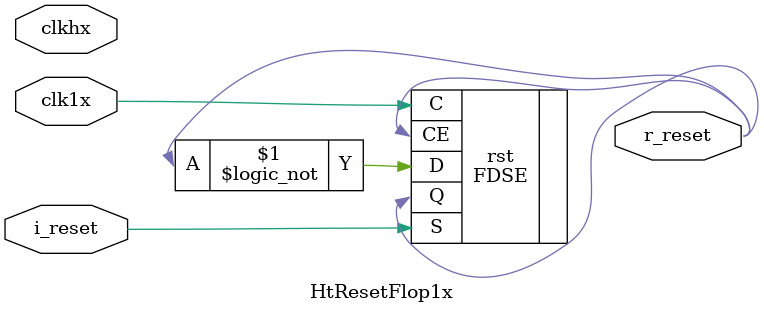
<source format=v>
/* Copyright (c) 2015 Convey Computer Corporation
 *
 * This file is part of the OpenHT toolset located at:
 *
 * https://github.com/TonyBrewer/OpenHT
 *
 * Use and distribution licensed under the BSD 3-clause license.
 * See the LICENSE file for the complete license text.
 */
module HtResetFlop1x (
input clkhx,
input clk1x,
input i_reset,
output r_reset
);

`ifdef CNY_PLATFORM_TYPE2

`ifdef CNY_ALTERA
(* noprune = 1 *)
(* syn_preserve = 1 *)
reg r_rsthx;
always @(posedge clkhx) begin
    if (i_reset)
	r_rsthx <= 1'b1;
    else
	r_rsthx <= 1'b0;
end
`else //!CNY_ALTERA
wire r_rsthx;
FDSE rst (.C(clkhx), .S(i_reset), .CE(r_rsthx), .D(!r_rsthx), .Q(r_rsthx));
`endif //!CNY_ALTERA

reg r_rst;
always @(posedge clk1x) begin
    r_rst <= r_rsthx;
end
assign r_reset = r_rst;

`else //!CNY_PLATFORM_TYPE2

`ifdef CNY_ALTERA
(* noprune = 1 *)
(* syn_preserve = 1 *)
reg r_rst;
always @(posedge clk1x) begin
    if (i_reset)
        r_rst <= 1'b1;
    else
        r_rst <= 1'b0;
end
assign r_reset = r_rst;
`else //!CNY_ALTERA
FDSE rst (.C(clk1x), .S(i_reset), .CE(r_reset), .D(!r_reset), .Q(r_reset));
`endif //!CNY_ALTERA

`endif //!CNY_PLATFORM_TYPE2

endmodule

</source>
